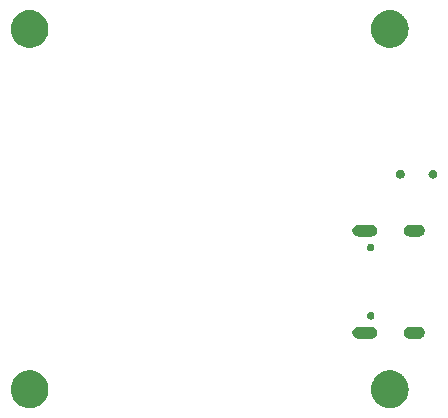
<source format=gbr>
%TF.GenerationSoftware,KiCad,Pcbnew,8.0.6*%
%TF.CreationDate,2025-09-02T18:07:22+02:00*%
%TF.ProjectId,atmos-fc,61746d6f-732d-4666-932e-6b696361645f,rev?*%
%TF.SameCoordinates,Original*%
%TF.FileFunction,Soldermask,Bot*%
%TF.FilePolarity,Negative*%
%FSLAX46Y46*%
G04 Gerber Fmt 4.6, Leading zero omitted, Abs format (unit mm)*
G04 Created by KiCad (PCBNEW 8.0.6) date 2025-09-02 18:07:22*
%MOMM*%
%LPD*%
G01*
G04 APERTURE LIST*
G04 APERTURE END LIST*
G36*
X124059159Y-119404656D02*
G01*
X124119555Y-119404656D01*
X124185554Y-119414603D01*
X124250295Y-119419699D01*
X124302475Y-119432226D01*
X124355994Y-119440293D01*
X124425927Y-119461864D01*
X124494427Y-119478310D01*
X124538720Y-119496656D01*
X124584477Y-119510771D01*
X124656311Y-119545364D01*
X124726385Y-119574390D01*
X124762354Y-119596432D01*
X124799908Y-119614517D01*
X124871343Y-119663221D01*
X124940456Y-119705573D01*
X124968128Y-119729207D01*
X124997467Y-119749210D01*
X125065968Y-119812770D01*
X125131371Y-119868629D01*
X125151232Y-119891883D01*
X125172753Y-119911852D01*
X125235675Y-119990754D01*
X125294427Y-120059544D01*
X125307347Y-120080629D01*
X125321830Y-120098789D01*
X125376444Y-120193384D01*
X125425610Y-120273615D01*
X125432831Y-120291050D01*
X125441384Y-120305863D01*
X125485018Y-120417039D01*
X125521690Y-120505573D01*
X125524721Y-120518199D01*
X125528744Y-120528449D01*
X125558846Y-120660341D01*
X125580301Y-120749705D01*
X125580858Y-120756782D01*
X125581948Y-120761558D01*
X125596188Y-120951573D01*
X125600000Y-121000000D01*
X125596188Y-121048430D01*
X125581948Y-121238441D01*
X125580858Y-121243216D01*
X125580301Y-121250295D01*
X125558842Y-121339677D01*
X125528744Y-121471550D01*
X125524722Y-121481797D01*
X125521690Y-121494427D01*
X125485010Y-121582978D01*
X125441384Y-121694136D01*
X125432833Y-121708945D01*
X125425610Y-121726385D01*
X125376434Y-121806632D01*
X125321830Y-121901210D01*
X125307350Y-121919366D01*
X125294427Y-121940456D01*
X125235663Y-122009259D01*
X125172753Y-122088147D01*
X125151236Y-122108111D01*
X125131371Y-122131371D01*
X125065955Y-122187241D01*
X124997467Y-122250789D01*
X124968134Y-122270787D01*
X124940456Y-122294427D01*
X124871329Y-122336787D01*
X124799908Y-122385482D01*
X124762362Y-122403562D01*
X124726385Y-122425610D01*
X124656296Y-122454641D01*
X124584477Y-122489228D01*
X124538729Y-122503339D01*
X124494427Y-122521690D01*
X124425912Y-122538138D01*
X124355994Y-122559706D01*
X124302484Y-122567771D01*
X124250295Y-122580301D01*
X124185550Y-122585396D01*
X124119555Y-122595344D01*
X124059159Y-122595344D01*
X124000000Y-122600000D01*
X123940841Y-122595344D01*
X123880445Y-122595344D01*
X123814448Y-122585396D01*
X123749705Y-122580301D01*
X123697516Y-122567771D01*
X123644005Y-122559706D01*
X123574083Y-122538137D01*
X123505573Y-122521690D01*
X123461273Y-122503340D01*
X123415522Y-122489228D01*
X123343698Y-122454639D01*
X123273615Y-122425610D01*
X123237638Y-122403563D01*
X123200092Y-122385482D01*
X123128667Y-122336785D01*
X123059544Y-122294427D01*
X123031869Y-122270790D01*
X123002532Y-122250789D01*
X122934032Y-122187230D01*
X122868629Y-122131371D01*
X122848767Y-122108116D01*
X122827246Y-122088147D01*
X122764321Y-122009241D01*
X122705573Y-121940456D01*
X122692652Y-121919372D01*
X122678169Y-121901210D01*
X122623548Y-121806603D01*
X122574390Y-121726385D01*
X122567169Y-121708952D01*
X122558615Y-121694136D01*
X122514970Y-121582932D01*
X122478310Y-121494427D01*
X122475279Y-121481804D01*
X122471255Y-121471550D01*
X122441137Y-121339592D01*
X122419699Y-121250295D01*
X122419142Y-121243222D01*
X122418051Y-121238441D01*
X122403790Y-121048164D01*
X122400000Y-121000000D01*
X122403790Y-120951839D01*
X122418051Y-120761558D01*
X122419142Y-120756775D01*
X122419699Y-120749705D01*
X122441132Y-120660426D01*
X122471255Y-120528449D01*
X122475280Y-120518193D01*
X122478310Y-120505573D01*
X122514962Y-120417085D01*
X122558615Y-120305863D01*
X122567170Y-120291044D01*
X122574390Y-120273615D01*
X122623538Y-120193412D01*
X122678169Y-120098789D01*
X122692655Y-120080623D01*
X122705573Y-120059544D01*
X122764309Y-119990772D01*
X122827246Y-119911852D01*
X122848771Y-119891879D01*
X122868629Y-119868629D01*
X122934018Y-119812781D01*
X123002532Y-119749210D01*
X123031874Y-119729204D01*
X123059544Y-119705573D01*
X123128652Y-119663223D01*
X123200092Y-119614517D01*
X123237645Y-119596431D01*
X123273615Y-119574390D01*
X123343683Y-119545366D01*
X123415522Y-119510771D01*
X123461282Y-119496655D01*
X123505573Y-119478310D01*
X123574068Y-119461865D01*
X123644005Y-119440293D01*
X123697525Y-119432226D01*
X123749705Y-119419699D01*
X123814444Y-119414603D01*
X123880445Y-119404656D01*
X123940841Y-119404656D01*
X124000000Y-119400000D01*
X124059159Y-119404656D01*
G37*
G36*
X154559159Y-119404656D02*
G01*
X154619555Y-119404656D01*
X154685554Y-119414603D01*
X154750295Y-119419699D01*
X154802475Y-119432226D01*
X154855994Y-119440293D01*
X154925927Y-119461864D01*
X154994427Y-119478310D01*
X155038720Y-119496656D01*
X155084477Y-119510771D01*
X155156311Y-119545364D01*
X155226385Y-119574390D01*
X155262354Y-119596432D01*
X155299908Y-119614517D01*
X155371343Y-119663221D01*
X155440456Y-119705573D01*
X155468128Y-119729207D01*
X155497467Y-119749210D01*
X155565968Y-119812770D01*
X155631371Y-119868629D01*
X155651232Y-119891883D01*
X155672753Y-119911852D01*
X155735675Y-119990754D01*
X155794427Y-120059544D01*
X155807347Y-120080629D01*
X155821830Y-120098789D01*
X155876444Y-120193384D01*
X155925610Y-120273615D01*
X155932831Y-120291050D01*
X155941384Y-120305863D01*
X155985018Y-120417039D01*
X156021690Y-120505573D01*
X156024721Y-120518199D01*
X156028744Y-120528449D01*
X156058846Y-120660341D01*
X156080301Y-120749705D01*
X156080858Y-120756782D01*
X156081948Y-120761558D01*
X156096188Y-120951573D01*
X156100000Y-121000000D01*
X156096188Y-121048430D01*
X156081948Y-121238441D01*
X156080858Y-121243216D01*
X156080301Y-121250295D01*
X156058842Y-121339677D01*
X156028744Y-121471550D01*
X156024722Y-121481797D01*
X156021690Y-121494427D01*
X155985010Y-121582978D01*
X155941384Y-121694136D01*
X155932833Y-121708945D01*
X155925610Y-121726385D01*
X155876434Y-121806632D01*
X155821830Y-121901210D01*
X155807350Y-121919366D01*
X155794427Y-121940456D01*
X155735663Y-122009259D01*
X155672753Y-122088147D01*
X155651236Y-122108111D01*
X155631371Y-122131371D01*
X155565955Y-122187241D01*
X155497467Y-122250789D01*
X155468134Y-122270787D01*
X155440456Y-122294427D01*
X155371329Y-122336787D01*
X155299908Y-122385482D01*
X155262362Y-122403562D01*
X155226385Y-122425610D01*
X155156296Y-122454641D01*
X155084477Y-122489228D01*
X155038729Y-122503339D01*
X154994427Y-122521690D01*
X154925912Y-122538138D01*
X154855994Y-122559706D01*
X154802484Y-122567771D01*
X154750295Y-122580301D01*
X154685550Y-122585396D01*
X154619555Y-122595344D01*
X154559159Y-122595344D01*
X154500000Y-122600000D01*
X154440841Y-122595344D01*
X154380445Y-122595344D01*
X154314448Y-122585396D01*
X154249705Y-122580301D01*
X154197516Y-122567771D01*
X154144005Y-122559706D01*
X154074083Y-122538137D01*
X154005573Y-122521690D01*
X153961273Y-122503340D01*
X153915522Y-122489228D01*
X153843698Y-122454639D01*
X153773615Y-122425610D01*
X153737638Y-122403563D01*
X153700092Y-122385482D01*
X153628667Y-122336785D01*
X153559544Y-122294427D01*
X153531869Y-122270790D01*
X153502532Y-122250789D01*
X153434032Y-122187230D01*
X153368629Y-122131371D01*
X153348767Y-122108116D01*
X153327246Y-122088147D01*
X153264321Y-122009241D01*
X153205573Y-121940456D01*
X153192652Y-121919372D01*
X153178169Y-121901210D01*
X153123548Y-121806603D01*
X153074390Y-121726385D01*
X153067169Y-121708952D01*
X153058615Y-121694136D01*
X153014970Y-121582932D01*
X152978310Y-121494427D01*
X152975279Y-121481804D01*
X152971255Y-121471550D01*
X152941137Y-121339592D01*
X152919699Y-121250295D01*
X152919142Y-121243222D01*
X152918051Y-121238441D01*
X152903790Y-121048164D01*
X152900000Y-121000000D01*
X152903790Y-120951839D01*
X152918051Y-120761558D01*
X152919142Y-120756775D01*
X152919699Y-120749705D01*
X152941132Y-120660426D01*
X152971255Y-120528449D01*
X152975280Y-120518193D01*
X152978310Y-120505573D01*
X153014962Y-120417085D01*
X153058615Y-120305863D01*
X153067170Y-120291044D01*
X153074390Y-120273615D01*
X153123538Y-120193412D01*
X153178169Y-120098789D01*
X153192655Y-120080623D01*
X153205573Y-120059544D01*
X153264309Y-119990772D01*
X153327246Y-119911852D01*
X153348771Y-119891879D01*
X153368629Y-119868629D01*
X153434018Y-119812781D01*
X153502532Y-119749210D01*
X153531874Y-119729204D01*
X153559544Y-119705573D01*
X153628652Y-119663223D01*
X153700092Y-119614517D01*
X153737645Y-119596431D01*
X153773615Y-119574390D01*
X153843683Y-119545366D01*
X153915522Y-119510771D01*
X153961282Y-119496655D01*
X154005573Y-119478310D01*
X154074068Y-119461865D01*
X154144005Y-119440293D01*
X154197525Y-119432226D01*
X154249705Y-119419699D01*
X154314444Y-119414603D01*
X154380445Y-119404656D01*
X154440841Y-119404656D01*
X154500000Y-119400000D01*
X154559159Y-119404656D01*
G37*
G36*
X153000263Y-115724278D02*
G01*
X153126342Y-115758060D01*
X153239381Y-115823323D01*
X153331677Y-115915619D01*
X153396940Y-116028658D01*
X153430722Y-116154737D01*
X153430722Y-116285263D01*
X153396940Y-116411342D01*
X153331677Y-116524381D01*
X153239381Y-116616677D01*
X153126342Y-116681940D01*
X153000263Y-116715722D01*
X152935000Y-116720000D01*
X152932870Y-116720000D01*
X151837130Y-116720000D01*
X151835000Y-116720000D01*
X151769737Y-116715722D01*
X151643658Y-116681940D01*
X151530619Y-116616677D01*
X151438323Y-116524381D01*
X151373060Y-116411342D01*
X151339278Y-116285263D01*
X151339278Y-116154737D01*
X151373060Y-116028658D01*
X151438323Y-115915619D01*
X151530619Y-115823323D01*
X151643658Y-115758060D01*
X151769737Y-115724278D01*
X151835000Y-115720000D01*
X152935000Y-115720000D01*
X153000263Y-115724278D01*
G37*
G36*
X157030263Y-115724278D02*
G01*
X157156342Y-115758060D01*
X157269381Y-115823323D01*
X157361677Y-115915619D01*
X157426940Y-116028658D01*
X157460722Y-116154737D01*
X157460722Y-116285263D01*
X157426940Y-116411342D01*
X157361677Y-116524381D01*
X157269381Y-116616677D01*
X157156342Y-116681940D01*
X157030263Y-116715722D01*
X156965000Y-116720000D01*
X156962870Y-116720000D01*
X156167130Y-116720000D01*
X156165000Y-116720000D01*
X156099737Y-116715722D01*
X155973658Y-116681940D01*
X155860619Y-116616677D01*
X155768323Y-116524381D01*
X155703060Y-116411342D01*
X155669278Y-116285263D01*
X155669278Y-116154737D01*
X155703060Y-116028658D01*
X155768323Y-115915619D01*
X155860619Y-115823323D01*
X155973658Y-115758060D01*
X156099737Y-115724278D01*
X156165000Y-115720000D01*
X156965000Y-115720000D01*
X157030263Y-115724278D01*
G37*
G36*
X152911057Y-114469937D02*
G01*
X152941436Y-114469937D01*
X152964840Y-114478455D01*
X152985179Y-114481677D01*
X153013909Y-114496315D01*
X153047500Y-114508542D01*
X153062333Y-114520988D01*
X153075556Y-114527726D01*
X153102640Y-114554810D01*
X153133964Y-114581094D01*
X153140848Y-114593018D01*
X153147273Y-114599443D01*
X153167666Y-114639467D01*
X153190400Y-114678843D01*
X153191813Y-114686859D01*
X153193322Y-114689820D01*
X153202029Y-114744799D01*
X153210000Y-114790000D01*
X153202029Y-114835204D01*
X153193322Y-114890179D01*
X153191813Y-114893139D01*
X153190400Y-114901157D01*
X153167662Y-114940539D01*
X153147273Y-114980556D01*
X153140850Y-114986978D01*
X153133964Y-114998906D01*
X153102633Y-115025195D01*
X153075556Y-115052273D01*
X153062336Y-115059008D01*
X153047500Y-115071458D01*
X153013902Y-115083686D01*
X152985179Y-115098322D01*
X152964844Y-115101542D01*
X152941436Y-115110063D01*
X152911050Y-115110063D01*
X152885000Y-115114189D01*
X152858950Y-115110063D01*
X152828564Y-115110063D01*
X152805155Y-115101542D01*
X152784820Y-115098322D01*
X152756093Y-115083685D01*
X152722500Y-115071458D01*
X152707664Y-115059009D01*
X152694443Y-115052273D01*
X152667359Y-115025189D01*
X152636036Y-114998906D01*
X152629151Y-114986981D01*
X152622726Y-114980556D01*
X152602329Y-114940524D01*
X152579600Y-114901157D01*
X152578186Y-114893142D01*
X152576677Y-114890179D01*
X152567960Y-114835148D01*
X152560000Y-114790000D01*
X152567960Y-114744855D01*
X152576677Y-114689820D01*
X152578187Y-114686856D01*
X152579600Y-114678843D01*
X152602324Y-114639482D01*
X152622726Y-114599443D01*
X152629152Y-114593016D01*
X152636036Y-114581094D01*
X152667353Y-114554815D01*
X152694443Y-114527726D01*
X152707667Y-114520987D01*
X152722500Y-114508542D01*
X152756087Y-114496317D01*
X152784820Y-114481677D01*
X152805160Y-114478455D01*
X152828564Y-114469937D01*
X152858943Y-114469937D01*
X152885000Y-114465810D01*
X152911057Y-114469937D01*
G37*
G36*
X152911057Y-108689937D02*
G01*
X152941436Y-108689937D01*
X152964840Y-108698455D01*
X152985179Y-108701677D01*
X153013909Y-108716315D01*
X153047500Y-108728542D01*
X153062333Y-108740988D01*
X153075556Y-108747726D01*
X153102640Y-108774810D01*
X153133964Y-108801094D01*
X153140848Y-108813018D01*
X153147273Y-108819443D01*
X153167666Y-108859467D01*
X153190400Y-108898843D01*
X153191813Y-108906859D01*
X153193322Y-108909820D01*
X153202029Y-108964799D01*
X153210000Y-109010000D01*
X153202029Y-109055204D01*
X153193322Y-109110179D01*
X153191813Y-109113139D01*
X153190400Y-109121157D01*
X153167662Y-109160539D01*
X153147273Y-109200556D01*
X153140850Y-109206978D01*
X153133964Y-109218906D01*
X153102633Y-109245195D01*
X153075556Y-109272273D01*
X153062336Y-109279008D01*
X153047500Y-109291458D01*
X153013902Y-109303686D01*
X152985179Y-109318322D01*
X152964844Y-109321542D01*
X152941436Y-109330063D01*
X152911050Y-109330063D01*
X152885000Y-109334189D01*
X152858950Y-109330063D01*
X152828564Y-109330063D01*
X152805155Y-109321542D01*
X152784820Y-109318322D01*
X152756093Y-109303685D01*
X152722500Y-109291458D01*
X152707664Y-109279009D01*
X152694443Y-109272273D01*
X152667359Y-109245189D01*
X152636036Y-109218906D01*
X152629151Y-109206981D01*
X152622726Y-109200556D01*
X152602329Y-109160524D01*
X152579600Y-109121157D01*
X152578186Y-109113142D01*
X152576677Y-109110179D01*
X152567960Y-109055148D01*
X152560000Y-109010000D01*
X152567960Y-108964855D01*
X152576677Y-108909820D01*
X152578187Y-108906856D01*
X152579600Y-108898843D01*
X152602324Y-108859482D01*
X152622726Y-108819443D01*
X152629152Y-108813016D01*
X152636036Y-108801094D01*
X152667353Y-108774815D01*
X152694443Y-108747726D01*
X152707667Y-108740987D01*
X152722500Y-108728542D01*
X152756087Y-108716317D01*
X152784820Y-108701677D01*
X152805160Y-108698455D01*
X152828564Y-108689937D01*
X152858943Y-108689937D01*
X152885000Y-108685810D01*
X152911057Y-108689937D01*
G37*
G36*
X153000263Y-107084278D02*
G01*
X153126342Y-107118060D01*
X153239381Y-107183323D01*
X153331677Y-107275619D01*
X153396940Y-107388658D01*
X153430722Y-107514737D01*
X153430722Y-107645263D01*
X153396940Y-107771342D01*
X153331677Y-107884381D01*
X153239381Y-107976677D01*
X153126342Y-108041940D01*
X153000263Y-108075722D01*
X152935000Y-108080000D01*
X152932870Y-108080000D01*
X151837130Y-108080000D01*
X151835000Y-108080000D01*
X151769737Y-108075722D01*
X151643658Y-108041940D01*
X151530619Y-107976677D01*
X151438323Y-107884381D01*
X151373060Y-107771342D01*
X151339278Y-107645263D01*
X151339278Y-107514737D01*
X151373060Y-107388658D01*
X151438323Y-107275619D01*
X151530619Y-107183323D01*
X151643658Y-107118060D01*
X151769737Y-107084278D01*
X151835000Y-107080000D01*
X152935000Y-107080000D01*
X153000263Y-107084278D01*
G37*
G36*
X157030263Y-107084278D02*
G01*
X157156342Y-107118060D01*
X157269381Y-107183323D01*
X157361677Y-107275619D01*
X157426940Y-107388658D01*
X157460722Y-107514737D01*
X157460722Y-107645263D01*
X157426940Y-107771342D01*
X157361677Y-107884381D01*
X157269381Y-107976677D01*
X157156342Y-108041940D01*
X157030263Y-108075722D01*
X156965000Y-108080000D01*
X156962870Y-108080000D01*
X156167130Y-108080000D01*
X156165000Y-108080000D01*
X156099737Y-108075722D01*
X155973658Y-108041940D01*
X155860619Y-107976677D01*
X155768323Y-107884381D01*
X155703060Y-107771342D01*
X155669278Y-107645263D01*
X155669278Y-107514737D01*
X155703060Y-107388658D01*
X155768323Y-107275619D01*
X155860619Y-107183323D01*
X155973658Y-107118060D01*
X156099737Y-107084278D01*
X156165000Y-107080000D01*
X156965000Y-107080000D01*
X157030263Y-107084278D01*
G37*
G36*
X155428279Y-102429479D02*
G01*
X155453273Y-102429479D01*
X155482546Y-102438074D01*
X155515881Y-102443354D01*
X155536759Y-102453992D01*
X155555501Y-102459495D01*
X155585895Y-102479028D01*
X155620419Y-102496619D01*
X155633281Y-102509481D01*
X155645136Y-102517100D01*
X155672631Y-102548831D01*
X155703381Y-102579581D01*
X155709240Y-102591080D01*
X155714907Y-102597620D01*
X155735084Y-102641801D01*
X155756646Y-102684119D01*
X155757833Y-102691615D01*
X155759169Y-102694540D01*
X155767756Y-102754268D01*
X155775000Y-102800000D01*
X155767756Y-102845735D01*
X155759169Y-102905459D01*
X155757833Y-102908383D01*
X155756646Y-102915881D01*
X155735079Y-102958207D01*
X155714907Y-103002379D01*
X155709241Y-103008917D01*
X155703381Y-103020419D01*
X155672625Y-103051174D01*
X155645136Y-103082899D01*
X155633284Y-103090515D01*
X155620419Y-103103381D01*
X155585887Y-103120975D01*
X155555501Y-103140504D01*
X155536763Y-103146005D01*
X155515881Y-103156646D01*
X155482544Y-103161926D01*
X155453273Y-103170521D01*
X155428279Y-103170521D01*
X155400000Y-103175000D01*
X155371721Y-103170521D01*
X155346727Y-103170521D01*
X155317454Y-103161925D01*
X155284119Y-103156646D01*
X155263237Y-103146006D01*
X155244498Y-103140504D01*
X155214107Y-103120973D01*
X155179581Y-103103381D01*
X155166717Y-103090517D01*
X155154863Y-103082899D01*
X155127367Y-103051167D01*
X155096619Y-103020419D01*
X155090760Y-103008920D01*
X155085092Y-103002379D01*
X155064910Y-102958188D01*
X155043354Y-102915881D01*
X155042166Y-102908386D01*
X155040830Y-102905459D01*
X155032233Y-102845667D01*
X155025000Y-102800000D01*
X155032232Y-102754336D01*
X155040830Y-102694540D01*
X155042167Y-102691611D01*
X155043354Y-102684119D01*
X155064906Y-102641820D01*
X155085092Y-102597620D01*
X155090761Y-102591077D01*
X155096619Y-102579581D01*
X155127360Y-102548839D01*
X155154863Y-102517100D01*
X155166720Y-102509479D01*
X155179581Y-102496619D01*
X155214100Y-102479030D01*
X155244498Y-102459495D01*
X155263241Y-102453991D01*
X155284119Y-102443354D01*
X155317452Y-102438074D01*
X155346727Y-102429479D01*
X155371721Y-102429479D01*
X155400000Y-102425000D01*
X155428279Y-102429479D01*
G37*
G36*
X158178279Y-102429479D02*
G01*
X158203273Y-102429479D01*
X158232546Y-102438074D01*
X158265881Y-102443354D01*
X158286759Y-102453992D01*
X158305501Y-102459495D01*
X158335895Y-102479028D01*
X158370419Y-102496619D01*
X158383281Y-102509481D01*
X158395136Y-102517100D01*
X158422631Y-102548831D01*
X158453381Y-102579581D01*
X158459240Y-102591080D01*
X158464907Y-102597620D01*
X158485084Y-102641801D01*
X158506646Y-102684119D01*
X158507833Y-102691615D01*
X158509169Y-102694540D01*
X158517756Y-102754268D01*
X158525000Y-102800000D01*
X158517756Y-102845735D01*
X158509169Y-102905459D01*
X158507833Y-102908383D01*
X158506646Y-102915881D01*
X158485079Y-102958207D01*
X158464907Y-103002379D01*
X158459241Y-103008917D01*
X158453381Y-103020419D01*
X158422625Y-103051174D01*
X158395136Y-103082899D01*
X158383284Y-103090515D01*
X158370419Y-103103381D01*
X158335887Y-103120975D01*
X158305501Y-103140504D01*
X158286763Y-103146005D01*
X158265881Y-103156646D01*
X158232544Y-103161926D01*
X158203273Y-103170521D01*
X158178279Y-103170521D01*
X158150000Y-103175000D01*
X158121721Y-103170521D01*
X158096727Y-103170521D01*
X158067454Y-103161925D01*
X158034119Y-103156646D01*
X158013237Y-103146006D01*
X157994498Y-103140504D01*
X157964107Y-103120973D01*
X157929581Y-103103381D01*
X157916717Y-103090517D01*
X157904863Y-103082899D01*
X157877367Y-103051167D01*
X157846619Y-103020419D01*
X157840760Y-103008920D01*
X157835092Y-103002379D01*
X157814910Y-102958188D01*
X157793354Y-102915881D01*
X157792166Y-102908386D01*
X157790830Y-102905459D01*
X157782233Y-102845667D01*
X157775000Y-102800000D01*
X157782232Y-102754336D01*
X157790830Y-102694540D01*
X157792167Y-102691611D01*
X157793354Y-102684119D01*
X157814906Y-102641820D01*
X157835092Y-102597620D01*
X157840761Y-102591077D01*
X157846619Y-102579581D01*
X157877360Y-102548839D01*
X157904863Y-102517100D01*
X157916720Y-102509479D01*
X157929581Y-102496619D01*
X157964100Y-102479030D01*
X157994498Y-102459495D01*
X158013241Y-102453991D01*
X158034119Y-102443354D01*
X158067452Y-102438074D01*
X158096727Y-102429479D01*
X158121721Y-102429479D01*
X158150000Y-102425000D01*
X158178279Y-102429479D01*
G37*
G36*
X124059159Y-88904656D02*
G01*
X124119555Y-88904656D01*
X124185554Y-88914603D01*
X124250295Y-88919699D01*
X124302475Y-88932226D01*
X124355994Y-88940293D01*
X124425927Y-88961864D01*
X124494427Y-88978310D01*
X124538720Y-88996656D01*
X124584477Y-89010771D01*
X124656311Y-89045364D01*
X124726385Y-89074390D01*
X124762354Y-89096432D01*
X124799908Y-89114517D01*
X124871343Y-89163221D01*
X124940456Y-89205573D01*
X124968128Y-89229207D01*
X124997467Y-89249210D01*
X125065968Y-89312770D01*
X125131371Y-89368629D01*
X125151232Y-89391883D01*
X125172753Y-89411852D01*
X125235675Y-89490754D01*
X125294427Y-89559544D01*
X125307347Y-89580629D01*
X125321830Y-89598789D01*
X125376444Y-89693384D01*
X125425610Y-89773615D01*
X125432831Y-89791050D01*
X125441384Y-89805863D01*
X125485018Y-89917039D01*
X125521690Y-90005573D01*
X125524721Y-90018199D01*
X125528744Y-90028449D01*
X125558846Y-90160341D01*
X125580301Y-90249705D01*
X125580858Y-90256782D01*
X125581948Y-90261558D01*
X125596188Y-90451573D01*
X125600000Y-90500000D01*
X125596188Y-90548430D01*
X125581948Y-90738441D01*
X125580858Y-90743216D01*
X125580301Y-90750295D01*
X125558842Y-90839677D01*
X125528744Y-90971550D01*
X125524722Y-90981797D01*
X125521690Y-90994427D01*
X125485010Y-91082978D01*
X125441384Y-91194136D01*
X125432833Y-91208945D01*
X125425610Y-91226385D01*
X125376434Y-91306632D01*
X125321830Y-91401210D01*
X125307350Y-91419366D01*
X125294427Y-91440456D01*
X125235663Y-91509259D01*
X125172753Y-91588147D01*
X125151236Y-91608111D01*
X125131371Y-91631371D01*
X125065955Y-91687241D01*
X124997467Y-91750789D01*
X124968134Y-91770787D01*
X124940456Y-91794427D01*
X124871329Y-91836787D01*
X124799908Y-91885482D01*
X124762362Y-91903562D01*
X124726385Y-91925610D01*
X124656296Y-91954641D01*
X124584477Y-91989228D01*
X124538729Y-92003339D01*
X124494427Y-92021690D01*
X124425912Y-92038138D01*
X124355994Y-92059706D01*
X124302484Y-92067771D01*
X124250295Y-92080301D01*
X124185550Y-92085396D01*
X124119555Y-92095344D01*
X124059159Y-92095344D01*
X124000000Y-92100000D01*
X123940841Y-92095344D01*
X123880445Y-92095344D01*
X123814448Y-92085396D01*
X123749705Y-92080301D01*
X123697516Y-92067771D01*
X123644005Y-92059706D01*
X123574083Y-92038137D01*
X123505573Y-92021690D01*
X123461273Y-92003340D01*
X123415522Y-91989228D01*
X123343698Y-91954639D01*
X123273615Y-91925610D01*
X123237638Y-91903563D01*
X123200092Y-91885482D01*
X123128667Y-91836785D01*
X123059544Y-91794427D01*
X123031869Y-91770790D01*
X123002532Y-91750789D01*
X122934032Y-91687230D01*
X122868629Y-91631371D01*
X122848767Y-91608116D01*
X122827246Y-91588147D01*
X122764321Y-91509241D01*
X122705573Y-91440456D01*
X122692652Y-91419372D01*
X122678169Y-91401210D01*
X122623548Y-91306603D01*
X122574390Y-91226385D01*
X122567169Y-91208952D01*
X122558615Y-91194136D01*
X122514970Y-91082932D01*
X122478310Y-90994427D01*
X122475279Y-90981804D01*
X122471255Y-90971550D01*
X122441137Y-90839592D01*
X122419699Y-90750295D01*
X122419142Y-90743222D01*
X122418051Y-90738441D01*
X122403790Y-90548164D01*
X122400000Y-90500000D01*
X122403790Y-90451839D01*
X122418051Y-90261558D01*
X122419142Y-90256775D01*
X122419699Y-90249705D01*
X122441132Y-90160426D01*
X122471255Y-90028449D01*
X122475280Y-90018193D01*
X122478310Y-90005573D01*
X122514962Y-89917085D01*
X122558615Y-89805863D01*
X122567170Y-89791044D01*
X122574390Y-89773615D01*
X122623538Y-89693412D01*
X122678169Y-89598789D01*
X122692655Y-89580623D01*
X122705573Y-89559544D01*
X122764309Y-89490772D01*
X122827246Y-89411852D01*
X122848771Y-89391879D01*
X122868629Y-89368629D01*
X122934018Y-89312781D01*
X123002532Y-89249210D01*
X123031874Y-89229204D01*
X123059544Y-89205573D01*
X123128652Y-89163223D01*
X123200092Y-89114517D01*
X123237645Y-89096431D01*
X123273615Y-89074390D01*
X123343683Y-89045366D01*
X123415522Y-89010771D01*
X123461282Y-88996655D01*
X123505573Y-88978310D01*
X123574068Y-88961865D01*
X123644005Y-88940293D01*
X123697525Y-88932226D01*
X123749705Y-88919699D01*
X123814444Y-88914603D01*
X123880445Y-88904656D01*
X123940841Y-88904656D01*
X124000000Y-88900000D01*
X124059159Y-88904656D01*
G37*
G36*
X154559159Y-88904656D02*
G01*
X154619555Y-88904656D01*
X154685554Y-88914603D01*
X154750295Y-88919699D01*
X154802475Y-88932226D01*
X154855994Y-88940293D01*
X154925927Y-88961864D01*
X154994427Y-88978310D01*
X155038720Y-88996656D01*
X155084477Y-89010771D01*
X155156311Y-89045364D01*
X155226385Y-89074390D01*
X155262354Y-89096432D01*
X155299908Y-89114517D01*
X155371343Y-89163221D01*
X155440456Y-89205573D01*
X155468128Y-89229207D01*
X155497467Y-89249210D01*
X155565968Y-89312770D01*
X155631371Y-89368629D01*
X155651232Y-89391883D01*
X155672753Y-89411852D01*
X155735675Y-89490754D01*
X155794427Y-89559544D01*
X155807347Y-89580629D01*
X155821830Y-89598789D01*
X155876444Y-89693384D01*
X155925610Y-89773615D01*
X155932831Y-89791050D01*
X155941384Y-89805863D01*
X155985018Y-89917039D01*
X156021690Y-90005573D01*
X156024721Y-90018199D01*
X156028744Y-90028449D01*
X156058846Y-90160341D01*
X156080301Y-90249705D01*
X156080858Y-90256782D01*
X156081948Y-90261558D01*
X156096188Y-90451573D01*
X156100000Y-90500000D01*
X156096188Y-90548430D01*
X156081948Y-90738441D01*
X156080858Y-90743216D01*
X156080301Y-90750295D01*
X156058842Y-90839677D01*
X156028744Y-90971550D01*
X156024722Y-90981797D01*
X156021690Y-90994427D01*
X155985010Y-91082978D01*
X155941384Y-91194136D01*
X155932833Y-91208945D01*
X155925610Y-91226385D01*
X155876434Y-91306632D01*
X155821830Y-91401210D01*
X155807350Y-91419366D01*
X155794427Y-91440456D01*
X155735663Y-91509259D01*
X155672753Y-91588147D01*
X155651236Y-91608111D01*
X155631371Y-91631371D01*
X155565955Y-91687241D01*
X155497467Y-91750789D01*
X155468134Y-91770787D01*
X155440456Y-91794427D01*
X155371329Y-91836787D01*
X155299908Y-91885482D01*
X155262362Y-91903562D01*
X155226385Y-91925610D01*
X155156296Y-91954641D01*
X155084477Y-91989228D01*
X155038729Y-92003339D01*
X154994427Y-92021690D01*
X154925912Y-92038138D01*
X154855994Y-92059706D01*
X154802484Y-92067771D01*
X154750295Y-92080301D01*
X154685550Y-92085396D01*
X154619555Y-92095344D01*
X154559159Y-92095344D01*
X154500000Y-92100000D01*
X154440841Y-92095344D01*
X154380445Y-92095344D01*
X154314448Y-92085396D01*
X154249705Y-92080301D01*
X154197516Y-92067771D01*
X154144005Y-92059706D01*
X154074083Y-92038137D01*
X154005573Y-92021690D01*
X153961273Y-92003340D01*
X153915522Y-91989228D01*
X153843698Y-91954639D01*
X153773615Y-91925610D01*
X153737638Y-91903563D01*
X153700092Y-91885482D01*
X153628667Y-91836785D01*
X153559544Y-91794427D01*
X153531869Y-91770790D01*
X153502532Y-91750789D01*
X153434032Y-91687230D01*
X153368629Y-91631371D01*
X153348767Y-91608116D01*
X153327246Y-91588147D01*
X153264321Y-91509241D01*
X153205573Y-91440456D01*
X153192652Y-91419372D01*
X153178169Y-91401210D01*
X153123548Y-91306603D01*
X153074390Y-91226385D01*
X153067169Y-91208952D01*
X153058615Y-91194136D01*
X153014970Y-91082932D01*
X152978310Y-90994427D01*
X152975279Y-90981804D01*
X152971255Y-90971550D01*
X152941137Y-90839592D01*
X152919699Y-90750295D01*
X152919142Y-90743222D01*
X152918051Y-90738441D01*
X152903790Y-90548164D01*
X152900000Y-90500000D01*
X152903790Y-90451839D01*
X152918051Y-90261558D01*
X152919142Y-90256775D01*
X152919699Y-90249705D01*
X152941132Y-90160426D01*
X152971255Y-90028449D01*
X152975280Y-90018193D01*
X152978310Y-90005573D01*
X153014962Y-89917085D01*
X153058615Y-89805863D01*
X153067170Y-89791044D01*
X153074390Y-89773615D01*
X153123538Y-89693412D01*
X153178169Y-89598789D01*
X153192655Y-89580623D01*
X153205573Y-89559544D01*
X153264309Y-89490772D01*
X153327246Y-89411852D01*
X153348771Y-89391879D01*
X153368629Y-89368629D01*
X153434018Y-89312781D01*
X153502532Y-89249210D01*
X153531874Y-89229204D01*
X153559544Y-89205573D01*
X153628652Y-89163223D01*
X153700092Y-89114517D01*
X153737645Y-89096431D01*
X153773615Y-89074390D01*
X153843683Y-89045366D01*
X153915522Y-89010771D01*
X153961282Y-88996655D01*
X154005573Y-88978310D01*
X154074068Y-88961865D01*
X154144005Y-88940293D01*
X154197525Y-88932226D01*
X154249705Y-88919699D01*
X154314444Y-88914603D01*
X154380445Y-88904656D01*
X154440841Y-88904656D01*
X154500000Y-88900000D01*
X154559159Y-88904656D01*
G37*
M02*

</source>
